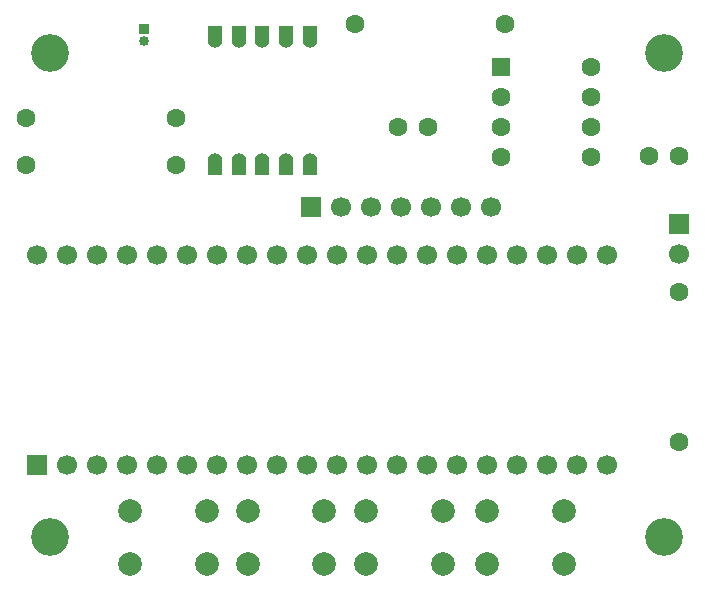
<source format=gbr>
%TF.GenerationSoftware,KiCad,Pcbnew,9.0.3*%
%TF.CreationDate,2025-07-26T00:16:15-07:00*%
%TF.ProjectId,ECE_299_ALARM,4543455f-3239-4395-9f41-4c41524d2e6b,1.0*%
%TF.SameCoordinates,Original*%
%TF.FileFunction,Soldermask,Top*%
%TF.FilePolarity,Negative*%
%FSLAX46Y46*%
G04 Gerber Fmt 4.6, Leading zero omitted, Abs format (unit mm)*
G04 Created by KiCad (PCBNEW 9.0.3) date 2025-07-26 00:16:15*
%MOMM*%
%LPD*%
G01*
G04 APERTURE LIST*
G04 Aperture macros list*
%AMRoundRect*
0 Rectangle with rounded corners*
0 $1 Rounding radius*
0 $2 $3 $4 $5 $6 $7 $8 $9 X,Y pos of 4 corners*
0 Add a 4 corners polygon primitive as box body*
4,1,4,$2,$3,$4,$5,$6,$7,$8,$9,$2,$3,0*
0 Add four circle primitives for the rounded corners*
1,1,$1+$1,$2,$3*
1,1,$1+$1,$4,$5*
1,1,$1+$1,$6,$7*
1,1,$1+$1,$8,$9*
0 Add four rect primitives between the rounded corners*
20,1,$1+$1,$2,$3,$4,$5,0*
20,1,$1+$1,$4,$5,$6,$7,0*
20,1,$1+$1,$6,$7,$8,$9,0*
20,1,$1+$1,$8,$9,$2,$3,0*%
%AMFreePoly0*
4,1,18,-0.900000,0.625000,0.275000,0.625000,0.372772,0.617305,0.523217,0.573597,0.658067,0.493847,0.768847,0.383067,0.848597,0.248217,0.892305,0.097772,0.900000,0.000000,0.892305,-0.097772,0.848597,-0.248217,0.768847,-0.383067,0.658067,-0.493847,0.523217,-0.573597,0.372772,-0.617305,0.275000,-0.625000,-0.900000,-0.625000,-0.900000,0.625000,-0.900000,0.625000,$1*%
G04 Aperture macros list end*
%ADD10FreePoly0,270.000000*%
%ADD11FreePoly0,90.000000*%
%ADD12C,1.600000*%
%ADD13C,3.200000*%
%ADD14R,1.700000X1.700000*%
%ADD15C,1.700000*%
%ADD16C,2.000000*%
%ADD17R,0.850000X0.850000*%
%ADD18C,0.850000*%
%ADD19RoundRect,0.250000X-0.550000X-0.550000X0.550000X-0.550000X0.550000X0.550000X-0.550000X0.550000X0*%
G04 APERTURE END LIST*
D10*
%TO.C,U1*%
X104000000Y-72600000D03*
X106000000Y-72600000D03*
X108000000Y-72600000D03*
X110000000Y-72600000D03*
X112000000Y-72600000D03*
D11*
X112000000Y-83400000D03*
X110000000Y-83400000D03*
X108000000Y-83400000D03*
X106000000Y-83400000D03*
X104000000Y-83400000D03*
%TD*%
D12*
%TO.C,R2*%
X143250000Y-106950000D03*
X143250000Y-94250000D03*
%TD*%
D13*
%TO.C,REF\u002A\u002A*%
X90000000Y-115000000D03*
%TD*%
D12*
%TO.C,R3*%
X88000000Y-83500000D03*
X100700000Y-83500000D03*
%TD*%
D14*
%TO.C,LS1*%
X143250000Y-88475000D03*
D15*
X143250000Y-91015000D03*
%TD*%
D16*
%TO.C,SW2*%
X106750000Y-112750000D03*
X113250000Y-112750000D03*
X106750000Y-117250000D03*
X113250000Y-117250000D03*
%TD*%
D12*
%TO.C,C1*%
X119500000Y-80250000D03*
X122000000Y-80250000D03*
%TD*%
D13*
%TO.C,REF\u002A\u002A*%
X142000000Y-115000000D03*
%TD*%
D17*
%TO.C,AE1*%
X98000000Y-72000000D03*
D18*
X98000000Y-73000000D03*
%TD*%
D19*
%TO.C,U3*%
X128195000Y-75190000D03*
D12*
X128195000Y-77730000D03*
X128195000Y-80270000D03*
X128195000Y-82810000D03*
X135815000Y-82810000D03*
X135815000Y-80270000D03*
X135815000Y-77730000D03*
X135815000Y-75190000D03*
%TD*%
%TO.C,R1*%
X128500000Y-71500000D03*
X115800000Y-71500000D03*
%TD*%
D13*
%TO.C,REF\u002A\u002A*%
X142000000Y-74000000D03*
%TD*%
%TO.C,REF\u002A\u002A*%
X90000000Y-74000000D03*
%TD*%
D16*
%TO.C,SW3*%
X116750000Y-112750000D03*
X123250000Y-112750000D03*
X116750000Y-117250000D03*
X123250000Y-117250000D03*
%TD*%
%TO.C,SW1*%
X96807950Y-112772844D03*
X103307950Y-112772844D03*
X96807950Y-117272844D03*
X103307950Y-117272844D03*
%TD*%
D12*
%TO.C,C2*%
X140750000Y-82750000D03*
X143250000Y-82750000D03*
%TD*%
D14*
%TO.C,U2*%
X88870000Y-108890000D03*
D15*
X91410000Y-108890000D03*
X93950000Y-108890000D03*
X96490000Y-108890000D03*
X99030000Y-108890000D03*
X101570000Y-108890000D03*
X104110000Y-108890000D03*
X106650000Y-108890000D03*
X109190000Y-108890000D03*
X111730000Y-108890000D03*
X114270000Y-108890000D03*
X116810000Y-108890000D03*
X119350000Y-108890000D03*
X121890000Y-108890000D03*
X124430000Y-108890000D03*
X126970000Y-108890000D03*
X129510000Y-108890000D03*
X132050000Y-108890000D03*
X134590000Y-108890000D03*
X137130000Y-108890000D03*
X137130000Y-91110000D03*
X134590000Y-91110000D03*
X132050000Y-91110000D03*
X129510000Y-91110000D03*
X126970000Y-91110000D03*
X124430000Y-91110000D03*
X121890000Y-91110000D03*
X119350000Y-91110000D03*
X116810000Y-91110000D03*
X114270000Y-91110000D03*
X111730000Y-91110000D03*
X109190000Y-91110000D03*
X106650000Y-91110000D03*
X104110000Y-91110000D03*
X101570000Y-91110000D03*
X99030000Y-91110000D03*
X96490000Y-91110000D03*
X93950000Y-91110000D03*
X91410000Y-91110000D03*
X88870000Y-91110000D03*
%TD*%
D12*
%TO.C,R4*%
X88000000Y-79500000D03*
X100700000Y-79500000D03*
%TD*%
D14*
%TO.C,DISP1*%
X112120000Y-87050000D03*
D15*
X114660000Y-87050000D03*
X117200000Y-87050000D03*
X119740000Y-87050000D03*
X122280000Y-87050000D03*
X124820000Y-87050000D03*
X127360000Y-87050000D03*
%TD*%
D16*
%TO.C,SW4*%
X127000000Y-112750000D03*
X133500000Y-112750000D03*
X127000000Y-117250000D03*
X133500000Y-117250000D03*
%TD*%
M02*

</source>
